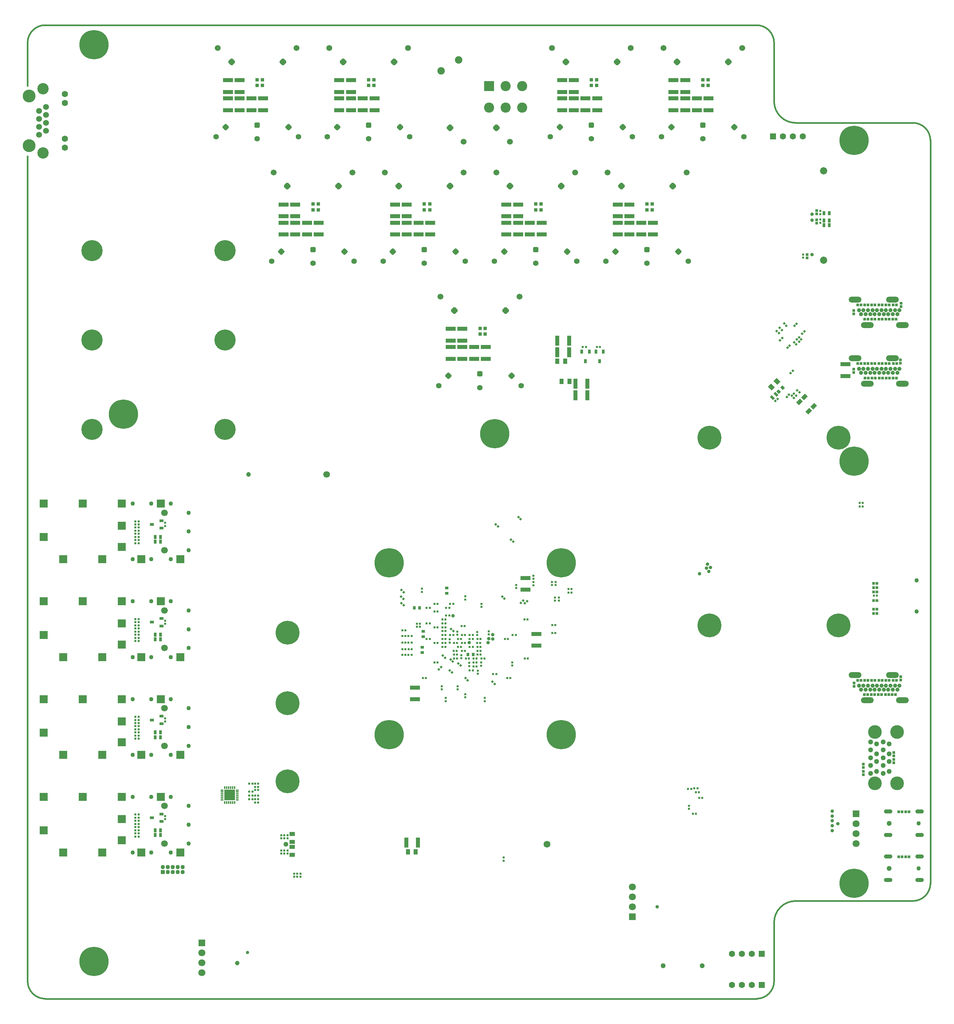
<source format=gbs>
G04*
G04 #@! TF.GenerationSoftware,Altium Limited,Altium Designer,22.10.1 (41)*
G04*
G04 Layer_Color=16711935*
%FSLAX43Y43*%
%MOMM*%
G71*
G04*
G04 #@! TF.SameCoordinates,B9F26087-2B66-42AB-B32E-372D1BB95FEE*
G04*
G04*
G04 #@! TF.FilePolarity,Negative*
G04*
G01*
G75*
%ADD35R,1.100X1.100*%
%ADD145C,0.450*%
%ADD147R,0.580X0.480*%
%ADD149R,0.480X0.580*%
%ADD150R,0.750X1.050*%
%ADD153R,2.600X1.100*%
%ADD158R,1.050X0.750*%
%ADD159C,0.900*%
%ADD160R,1.350X1.100*%
%ADD170R,1.100X2.600*%
%ADD172R,0.650X0.700*%
%ADD175R,0.730X0.900*%
%ADD183R,0.700X0.650*%
%ADD189R,0.850X0.900*%
%ADD197R,1.100X1.350*%
G04:AMPARAMS|DCode=235|XSize=0.58mm|YSize=0.48mm|CornerRadius=0mm|HoleSize=0mm|Usage=FLASHONLY|Rotation=45.000|XOffset=0mm|YOffset=0mm|HoleType=Round|Shape=Rectangle|*
%AMROTATEDRECTD235*
4,1,4,-0.035,-0.375,-0.375,-0.035,0.035,0.375,0.375,0.035,-0.035,-0.375,0.0*
%
%ADD235ROTATEDRECTD235*%

G04:AMPARAMS|DCode=236|XSize=0.58mm|YSize=0.48mm|CornerRadius=0mm|HoleSize=0mm|Usage=FLASHONLY|Rotation=135.000|XOffset=0mm|YOffset=0mm|HoleType=Round|Shape=Rectangle|*
%AMROTATEDRECTD236*
4,1,4,0.375,-0.035,0.035,-0.375,-0.375,0.035,-0.035,0.375,0.375,-0.035,0.0*
%
%ADD236ROTATEDRECTD236*%

%ADD238R,0.900X0.730*%
%ADD246C,1.700*%
%ADD247C,1.200*%
%ADD248C,6.100*%
%ADD249C,1.150*%
%ADD250C,0.850*%
%ADD251C,1.900*%
%ADD252R,0.100X0.100*%
%ADD253C,1.600*%
%ADD254R,1.600X1.600*%
G04:AMPARAMS|DCode=255|XSize=1.5mm|YSize=1.5mm|CornerRadius=0.4mm|HoleSize=0mm|Usage=FLASHONLY|Rotation=315.000|XOffset=0mm|YOffset=0mm|HoleType=Round|Shape=RoundedRectangle|*
%AMROUNDEDRECTD255*
21,1,1.500,0.700,0,0,315.0*
21,1,0.700,1.500,0,0,315.0*
1,1,0.800,0.000,-0.495*
1,1,0.800,-0.495,0.000*
1,1,0.800,0.000,0.495*
1,1,0.800,0.495,0.000*
%
%ADD255ROUNDEDRECTD255*%
%ADD256C,1.500*%
%ADD257C,1.100*%
%ADD258C,1.800*%
%ADD259R,1.800X1.800*%
%ADD260C,1.400*%
G04:AMPARAMS|DCode=261|XSize=1.4mm|YSize=1.4mm|CornerRadius=0.375mm|HoleSize=0mm|Usage=FLASHONLY|Rotation=90.000|XOffset=0mm|YOffset=0mm|HoleType=Round|Shape=RoundedRectangle|*
%AMROUNDEDRECTD261*
21,1,1.400,0.650,0,0,90.0*
21,1,0.650,1.400,0,0,90.0*
1,1,0.750,0.325,0.325*
1,1,0.750,0.325,-0.325*
1,1,0.750,-0.325,-0.325*
1,1,0.750,-0.325,0.325*
%
%ADD261ROUNDEDRECTD261*%
G04:AMPARAMS|DCode=262|XSize=1.4mm|YSize=1.4mm|CornerRadius=0.375mm|HoleSize=0mm|Usage=FLASHONLY|Rotation=135.000|XOffset=0mm|YOffset=0mm|HoleType=Round|Shape=RoundedRectangle|*
%AMROUNDEDRECTD262*
21,1,1.400,0.650,0,0,135.0*
21,1,0.650,1.400,0,0,135.0*
1,1,0.750,0.000,0.460*
1,1,0.750,0.460,0.000*
1,1,0.750,0.000,-0.460*
1,1,0.750,-0.460,0.000*
%
%ADD262ROUNDEDRECTD262*%
%ADD263C,7.500*%
G04:AMPARAMS|DCode=264|XSize=1.4mm|YSize=1.4mm|CornerRadius=0.375mm|HoleSize=0mm|Usage=FLASHONLY|Rotation=45.000|XOffset=0mm|YOffset=0mm|HoleType=Round|Shape=RoundedRectangle|*
%AMROUNDEDRECTD264*
21,1,1.400,0.650,0,0,45.0*
21,1,0.650,1.400,0,0,45.0*
1,1,0.750,0.460,0.000*
1,1,0.750,0.000,-0.460*
1,1,0.750,-0.460,0.000*
1,1,0.750,0.000,0.460*
%
%ADD264ROUNDEDRECTD264*%
G04:AMPARAMS|DCode=265|XSize=1.5mm|YSize=1.5mm|CornerRadius=0.4mm|HoleSize=0mm|Usage=FLASHONLY|Rotation=225.000|XOffset=0mm|YOffset=0mm|HoleType=Round|Shape=RoundedRectangle|*
%AMROUNDEDRECTD265*
21,1,1.500,0.700,0,0,225.0*
21,1,0.700,1.500,0,0,225.0*
1,1,0.800,-0.495,0.000*
1,1,0.800,0.000,0.495*
1,1,0.800,0.495,0.000*
1,1,0.800,0.000,-0.495*
%
%ADD265ROUNDEDRECTD265*%
%ADD266C,1.850*%
%ADD267C,3.300*%
%ADD268C,2.900*%
%ADD269C,3.500*%
%ADD270C,1.300*%
%ADD271O,2.150X1.100*%
%ADD272C,1.750*%
%ADD273C,1.250*%
%ADD274R,2.600X2.600*%
%ADD275C,2.600*%
%ADD276R,2.100X2.100*%
%ADD277C,5.400*%
%ADD278O,3.300X1.500*%
%ADD279C,1.050*%
%ADD350R,0.750X1.000*%
G04:AMPARAMS|DCode=351|XSize=1.01mm|YSize=1.32mm|CornerRadius=0mm|HoleSize=0mm|Usage=FLASHONLY|Rotation=315.000|XOffset=0mm|YOffset=0mm|HoleType=Round|Shape=Rectangle|*
%AMROTATEDRECTD351*
4,1,4,-0.824,-0.110,0.110,0.824,0.824,0.110,-0.110,-0.824,-0.824,-0.110,0.0*
%
%ADD351ROTATEDRECTD351*%

G04:AMPARAMS|DCode=352|XSize=0.65mm|YSize=1.1mm|CornerRadius=0mm|HoleSize=0mm|Usage=FLASHONLY|Rotation=225.000|XOffset=0mm|YOffset=0mm|HoleType=Round|Shape=Rectangle|*
%AMROTATEDRECTD352*
4,1,4,-0.159,0.619,0.619,-0.159,0.159,-0.619,-0.619,0.159,-0.159,0.619,0.0*
%
%ADD352ROTATEDRECTD352*%

%ADD353R,0.350X0.700*%
%ADD354R,0.700X0.350*%
%ADD355R,2.800X2.800*%
G04:AMPARAMS|DCode=356|XSize=0.9mm|YSize=0.73mm|CornerRadius=0mm|HoleSize=0mm|Usage=FLASHONLY|Rotation=315.000|XOffset=0mm|YOffset=0mm|HoleType=Round|Shape=Rectangle|*
%AMROTATEDRECTD356*
4,1,4,-0.576,0.060,-0.060,0.576,0.576,-0.060,0.060,-0.576,-0.576,0.060,0.0*
%
%ADD356ROTATEDRECTD356*%

G04:AMPARAMS|DCode=357|XSize=1.1mm|YSize=1.35mm|CornerRadius=0mm|HoleSize=0mm|Usage=FLASHONLY|Rotation=225.000|XOffset=0mm|YOffset=0mm|HoleType=Round|Shape=Rectangle|*
%AMROTATEDRECTD357*
4,1,4,-0.088,0.866,0.866,-0.088,0.088,-0.866,-0.866,0.088,-0.088,0.866,0.0*
%
%ADD357ROTATEDRECTD357*%

D35*
X35090Y32930D02*
D03*
D145*
X191500Y244980D02*
G03*
X187000Y249480I-4500J-0D01*
G01*
X5000Y249480D02*
G03*
X500Y244980I0J-4500D01*
G01*
X500Y5000D02*
G03*
X5000Y500I4500J0D01*
G01*
X187000Y500D02*
G03*
X191500Y5000I0J4500D01*
G01*
X197000Y25500D02*
G03*
X191500Y20000I0J-5500D01*
G01*
X227000Y25500D02*
G03*
X231500Y30000I-0J4500D01*
G01*
X191500Y230000D02*
G03*
X197000Y224500I5500J0D01*
G01*
X231500Y220000D02*
G03*
X227000Y224500I-4500J-0D01*
G01*
X191500Y245000D02*
X191500Y230000D01*
X5000Y249480D02*
X187000D01*
X500Y5000D02*
X500Y215974D01*
X5000Y500D02*
X187000Y500D01*
X197000Y224500D02*
X227000Y224500D01*
X191500Y5000D02*
X191500Y20000D01*
X500Y245000D02*
X500Y233974D01*
X231500Y220000D02*
X231500Y30000D01*
X197000Y25500D02*
X227000Y25500D01*
D147*
X136400Y102305D02*
D03*
Y103095D02*
D03*
X135400D02*
D03*
Y102305D02*
D03*
X101350Y104555D02*
D03*
Y105345D02*
D03*
X135600Y107095D02*
D03*
Y106305D02*
D03*
X129900Y108695D02*
D03*
Y107905D02*
D03*
X110485Y93584D02*
D03*
Y94374D02*
D03*
X115500Y94295D02*
D03*
Y93505D02*
D03*
X116543Y85666D02*
D03*
Y86456D02*
D03*
X134650Y107095D02*
D03*
Y106305D02*
D03*
X129900Y106255D02*
D03*
Y107045D02*
D03*
X125500Y106295D02*
D03*
Y105505D02*
D03*
X108500Y92395D02*
D03*
X108500Y91605D02*
D03*
X198950Y190845D02*
D03*
Y190055D02*
D03*
X203300Y201155D02*
D03*
Y201945D02*
D03*
X203350Y199745D02*
D03*
Y198955D02*
D03*
X65400Y42295D02*
D03*
Y41505D02*
D03*
Y38395D02*
D03*
Y37605D02*
D03*
X111500Y87605D02*
D03*
X111500Y88395D02*
D03*
X117500Y76605D02*
D03*
Y77395D02*
D03*
X115700Y84395D02*
D03*
Y83605D02*
D03*
X107500Y76605D02*
D03*
Y77395D02*
D03*
X106500Y79605D02*
D03*
Y80395D02*
D03*
X118500Y93705D02*
D03*
Y94495D02*
D03*
X116600Y101495D02*
D03*
Y100705D02*
D03*
X112500Y103395D02*
D03*
Y102605D02*
D03*
X124500Y85705D02*
D03*
Y86495D02*
D03*
X113500Y86395D02*
D03*
X112500Y77605D02*
D03*
X35700Y46405D02*
D03*
X35700Y71405D02*
D03*
Y96405D02*
D03*
Y121405D02*
D03*
X67000Y42295D02*
D03*
X66200D02*
D03*
X122300Y35805D02*
D03*
X169695Y49824D02*
D03*
Y49034D02*
D03*
X68700Y31705D02*
D03*
X69500Y31705D02*
D03*
X110500Y80395D02*
D03*
X110500Y79605D02*
D03*
X70300Y32495D02*
D03*
Y31705D02*
D03*
X122300Y36595D02*
D03*
X68700Y32495D02*
D03*
X69500D02*
D03*
X67000Y41505D02*
D03*
X66200D02*
D03*
X67000Y38395D02*
D03*
Y37605D02*
D03*
X66200Y38395D02*
D03*
Y37605D02*
D03*
X35700Y122195D02*
D03*
Y97195D02*
D03*
Y72195D02*
D03*
X35700Y47195D02*
D03*
X112500Y78395D02*
D03*
X113500Y85605D02*
D03*
D149*
X139645Y105300D02*
D03*
X138855D02*
D03*
X135545Y96050D02*
D03*
X134755D02*
D03*
X135545Y94012D02*
D03*
X134755D02*
D03*
X98745Y93300D02*
D03*
X97955D02*
D03*
X98745Y91550D02*
D03*
X97955D02*
D03*
X98795Y89850D02*
D03*
X98005D02*
D03*
X98745Y88400D02*
D03*
X97955D02*
D03*
X116385Y89491D02*
D03*
X115595D02*
D03*
X96355Y88400D02*
D03*
X97145D02*
D03*
X139645Y104350D02*
D03*
X138855Y104350D02*
D03*
X96355Y89850D02*
D03*
X97145D02*
D03*
X96355Y94700D02*
D03*
X97145D02*
D03*
X97145Y93300D02*
D03*
X96355D02*
D03*
X97145Y91550D02*
D03*
X96355Y91550D02*
D03*
X100105Y96400D02*
D03*
X100895D02*
D03*
X100105Y95600D02*
D03*
X100895D02*
D03*
X142550Y167200D02*
D03*
X143340D02*
D03*
X146155Y167200D02*
D03*
X146945D02*
D03*
X217005Y103600D02*
D03*
X217795D02*
D03*
X122605Y92500D02*
D03*
X123395D02*
D03*
X57995Y51500D02*
D03*
X57205Y51500D02*
D03*
X110605Y92500D02*
D03*
X111395D02*
D03*
X114395Y92500D02*
D03*
X113605D02*
D03*
X116395D02*
D03*
X115605D02*
D03*
X111605Y91500D02*
D03*
X112395Y91500D02*
D03*
X109395Y93500D02*
D03*
X108605D02*
D03*
X111605Y93500D02*
D03*
X112395D02*
D03*
X109605Y91500D02*
D03*
X110395D02*
D03*
X114395Y90500D02*
D03*
X113605D02*
D03*
X113605Y93500D02*
D03*
X114395D02*
D03*
X115395Y87500D02*
D03*
X114605D02*
D03*
X110605Y90500D02*
D03*
X111395D02*
D03*
X116395Y90500D02*
D03*
X115605D02*
D03*
Y88500D02*
D03*
X116395D02*
D03*
X115505Y91500D02*
D03*
X116295D02*
D03*
X114605Y86500D02*
D03*
X115395D02*
D03*
X109605Y87500D02*
D03*
X110395D02*
D03*
X109505Y89500D02*
D03*
X110295D02*
D03*
X113395Y87500D02*
D03*
X112605Y87500D02*
D03*
X111605Y89500D02*
D03*
X112395Y89500D02*
D03*
X110395Y88500D02*
D03*
X109605D02*
D03*
X106605Y96500D02*
D03*
X107395D02*
D03*
X108395Y98500D02*
D03*
X107605D02*
D03*
X107395Y91500D02*
D03*
X106605D02*
D03*
X101605Y82500D02*
D03*
X102395D02*
D03*
X112295Y95800D02*
D03*
X111505D02*
D03*
X108605Y101500D02*
D03*
X109395D02*
D03*
X116605Y87500D02*
D03*
X117395D02*
D03*
X124605Y93500D02*
D03*
X125395D02*
D03*
X128495Y87500D02*
D03*
X127705D02*
D03*
X123995Y82500D02*
D03*
X123205D02*
D03*
X128395Y97500D02*
D03*
X127605D02*
D03*
X214195Y126400D02*
D03*
X113605Y84500D02*
D03*
X120395Y83500D02*
D03*
X105395Y95500D02*
D03*
X106605Y90500D02*
D03*
X105395Y91500D02*
D03*
X102605Y92500D02*
D03*
X105395Y101500D02*
D03*
X102605Y96500D02*
D03*
Y100500D02*
D03*
X106605Y94500D02*
D03*
X105395Y99500D02*
D03*
X106605Y92500D02*
D03*
X108395Y100500D02*
D03*
X57205Y52500D02*
D03*
Y55500D02*
D03*
X57995Y53500D02*
D03*
X170290Y54129D02*
D03*
X171100Y54329D02*
D03*
X172300Y51829D02*
D03*
X172290Y53329D02*
D03*
X171490Y47829D02*
D03*
X107395Y90500D02*
D03*
X59495Y55500D02*
D03*
Y51500D02*
D03*
X59495Y52500D02*
D03*
X59495Y50700D02*
D03*
X59495Y54700D02*
D03*
Y53900D02*
D03*
X57205Y53500D02*
D03*
X171890Y54329D02*
D03*
X170700Y47829D02*
D03*
X214195Y127300D02*
D03*
X28105Y42800D02*
D03*
Y42000D02*
D03*
Y43600D02*
D03*
Y44400D02*
D03*
Y45200D02*
D03*
Y46000D02*
D03*
Y46800D02*
D03*
Y47600D02*
D03*
Y72600D02*
D03*
Y69400D02*
D03*
Y70200D02*
D03*
Y71000D02*
D03*
Y68600D02*
D03*
Y67800D02*
D03*
Y71800D02*
D03*
Y67000D02*
D03*
Y92800D02*
D03*
Y94400D02*
D03*
Y92000D02*
D03*
Y97600D02*
D03*
Y95200D02*
D03*
Y93600D02*
D03*
Y96000D02*
D03*
Y96800D02*
D03*
Y117800D02*
D03*
Y119400D02*
D03*
Y118600D02*
D03*
Y117000D02*
D03*
Y122600D02*
D03*
Y121000D02*
D03*
Y121800D02*
D03*
Y120200D02*
D03*
X173090Y51829D02*
D03*
X171500Y53329D02*
D03*
X107395Y94500D02*
D03*
X107605Y100500D02*
D03*
X107395Y92500D02*
D03*
X104605Y95500D02*
D03*
Y101500D02*
D03*
X103395Y92500D02*
D03*
Y96500D02*
D03*
X104605Y99500D02*
D03*
X103395Y100500D02*
D03*
X104605Y91500D02*
D03*
X57995Y52500D02*
D03*
X58705Y51500D02*
D03*
X58705Y50700D02*
D03*
Y54700D02*
D03*
X57995Y55500D02*
D03*
X58705Y53900D02*
D03*
X58705Y52500D02*
D03*
X58705Y55500D02*
D03*
X107395Y95500D02*
D03*
X106605D02*
D03*
X107395Y97500D02*
D03*
X106605Y97500D02*
D03*
X107395Y93500D02*
D03*
X106605D02*
D03*
X169500Y54129D02*
D03*
X28895Y120200D02*
D03*
Y121800D02*
D03*
Y121000D02*
D03*
Y122600D02*
D03*
Y117000D02*
D03*
Y118600D02*
D03*
Y119400D02*
D03*
Y117800D02*
D03*
Y96800D02*
D03*
Y96000D02*
D03*
Y93600D02*
D03*
Y95200D02*
D03*
Y97600D02*
D03*
Y92000D02*
D03*
Y94400D02*
D03*
Y92800D02*
D03*
Y67000D02*
D03*
Y71800D02*
D03*
Y67800D02*
D03*
Y68600D02*
D03*
Y71000D02*
D03*
Y70200D02*
D03*
Y69400D02*
D03*
Y72600D02*
D03*
Y47600D02*
D03*
Y46800D02*
D03*
Y46000D02*
D03*
Y45200D02*
D03*
Y44400D02*
D03*
Y43600D02*
D03*
Y42000D02*
D03*
Y42800D02*
D03*
X119605Y83500D02*
D03*
X114605Y85500D02*
D03*
X115395D02*
D03*
X114395Y84500D02*
D03*
X105395Y86500D02*
D03*
X104605D02*
D03*
X213405Y126400D02*
D03*
X213405Y127300D02*
D03*
D150*
X142300Y165985D02*
D03*
X144200D02*
D03*
X143250Y163515D02*
D03*
X145900Y165985D02*
D03*
X147800D02*
D03*
X146850Y163515D02*
D03*
D153*
X111750Y171800D02*
D03*
Y168800D02*
D03*
X108750Y171800D02*
D03*
Y168800D02*
D03*
X117750Y164150D02*
D03*
Y167150D02*
D03*
X114750Y164150D02*
D03*
Y167150D02*
D03*
X108750Y164150D02*
D03*
Y167150D02*
D03*
X111750Y164150D02*
D03*
Y167150D02*
D03*
X137250Y227750D02*
D03*
Y230750D02*
D03*
X140250Y227750D02*
D03*
Y230750D02*
D03*
X143250Y227750D02*
D03*
Y230750D02*
D03*
X146250Y227750D02*
D03*
Y230750D02*
D03*
X137250Y235400D02*
D03*
Y232400D02*
D03*
X140250Y235400D02*
D03*
Y232400D02*
D03*
X151500Y195950D02*
D03*
Y198950D02*
D03*
X154500Y195950D02*
D03*
Y198950D02*
D03*
X157500Y195950D02*
D03*
Y198950D02*
D03*
X160500Y195950D02*
D03*
Y198950D02*
D03*
X151500Y203600D02*
D03*
Y200600D02*
D03*
X154500Y203600D02*
D03*
Y200600D02*
D03*
X168750Y232400D02*
D03*
Y235400D02*
D03*
X165750Y227750D02*
D03*
Y230750D02*
D03*
X168750Y227750D02*
D03*
Y230750D02*
D03*
X171750Y227750D02*
D03*
Y230750D02*
D03*
X174750Y227750D02*
D03*
Y230750D02*
D03*
X165750Y235400D02*
D03*
Y232400D02*
D03*
X123000Y195950D02*
D03*
Y198950D02*
D03*
X126000Y195950D02*
D03*
Y198950D02*
D03*
X129000Y195950D02*
D03*
Y198950D02*
D03*
X132000Y195950D02*
D03*
Y198950D02*
D03*
X123000Y203600D02*
D03*
Y200600D02*
D03*
X126000Y203600D02*
D03*
Y200600D02*
D03*
X94500Y198950D02*
D03*
Y195950D02*
D03*
X97500D02*
D03*
Y198950D02*
D03*
X100500Y195950D02*
D03*
Y198950D02*
D03*
X103500Y195950D02*
D03*
Y198950D02*
D03*
X94500Y203600D02*
D03*
Y200600D02*
D03*
X97500Y203600D02*
D03*
Y200600D02*
D03*
X80250Y227750D02*
D03*
Y230750D02*
D03*
X83250Y227750D02*
D03*
Y230750D02*
D03*
X86250Y227750D02*
D03*
Y230750D02*
D03*
X89250Y227750D02*
D03*
Y230750D02*
D03*
X80250Y235400D02*
D03*
Y232400D02*
D03*
X83250Y235400D02*
D03*
Y232400D02*
D03*
X66000Y195950D02*
D03*
Y198950D02*
D03*
X69000Y195950D02*
D03*
Y198950D02*
D03*
X72000Y195950D02*
D03*
Y198950D02*
D03*
X75000Y195950D02*
D03*
Y198950D02*
D03*
X66000Y203600D02*
D03*
Y200600D02*
D03*
X69000Y203600D02*
D03*
Y200600D02*
D03*
X51750Y227750D02*
D03*
Y230750D02*
D03*
X54750Y227750D02*
D03*
Y230750D02*
D03*
X57750Y227750D02*
D03*
Y230750D02*
D03*
X60750Y227750D02*
D03*
Y230750D02*
D03*
X51750Y235400D02*
D03*
Y232400D02*
D03*
X54750Y235400D02*
D03*
Y232400D02*
D03*
X99600Y80100D02*
D03*
Y77100D02*
D03*
X127900Y108100D02*
D03*
Y105100D02*
D03*
X130700Y90800D02*
D03*
Y93800D02*
D03*
X209797Y162754D02*
D03*
Y159754D02*
D03*
D158*
X34735Y45850D02*
D03*
Y70850D02*
D03*
Y95850D02*
D03*
Y120850D02*
D03*
Y122750D02*
D03*
X32265Y121800D02*
D03*
X34735Y97750D02*
D03*
X32265Y96800D02*
D03*
X34735Y72750D02*
D03*
X32265Y71800D02*
D03*
X34735Y47750D02*
D03*
X32265Y46800D02*
D03*
D159*
X175201Y110795D02*
D03*
X201200Y199650D02*
D03*
Y201150D02*
D03*
X201174Y190840D02*
D03*
X207800Y45250D02*
D03*
X206400Y43500D02*
D03*
X206350Y44750D02*
D03*
Y48500D02*
D03*
X206400Y46000D02*
D03*
X206350Y47250D02*
D03*
X113500Y91600D02*
D03*
X118300D02*
D03*
X119500Y92500D02*
D03*
X119500Y93600D02*
D03*
X118500Y92600D02*
D03*
X109382Y98461D02*
D03*
X161600Y24000D02*
D03*
X174414Y111628D02*
D03*
X172400Y109200D02*
D03*
X174800Y109800D02*
D03*
X174200Y110600D02*
D03*
D160*
X68200Y42600D02*
D03*
Y39300D02*
D03*
Y37300D02*
D03*
Y40600D02*
D03*
D170*
X140700Y157800D02*
D03*
X143700D02*
D03*
X140700Y154800D02*
D03*
X143700D02*
D03*
X136050Y165850D02*
D03*
X139050D02*
D03*
X136050Y168750D02*
D03*
X139050D02*
D03*
X97400Y40400D02*
D03*
X100400D02*
D03*
D172*
X199900Y189975D02*
D03*
Y190825D02*
D03*
X202400Y198825D02*
D03*
Y199675D02*
D03*
X202400Y202075D02*
D03*
Y201225D02*
D03*
X214334Y57823D02*
D03*
Y58673D02*
D03*
X223897Y82879D02*
D03*
X211997Y81254D02*
D03*
X214334Y60473D02*
D03*
X222134Y63473D02*
D03*
Y60823D02*
D03*
X211897Y176479D02*
D03*
X223997Y177529D02*
D03*
X211897Y161479D02*
D03*
X223797Y163879D02*
D03*
X211897Y160629D02*
D03*
X223997Y178379D02*
D03*
X211897Y175629D02*
D03*
X223797Y163029D02*
D03*
X222134Y61673D02*
D03*
Y62623D02*
D03*
X214334Y59623D02*
D03*
X211997Y80404D02*
D03*
X223897Y82029D02*
D03*
D175*
X113125Y88500D02*
D03*
X114475D02*
D03*
X99425Y100500D02*
D03*
X100775D02*
D03*
D183*
X225175Y36800D02*
D03*
X226025D02*
D03*
X223425Y48300D02*
D03*
X224275D02*
D03*
X225175D02*
D03*
X226025D02*
D03*
X216975Y99000D02*
D03*
X217825D02*
D03*
X216975Y100100D02*
D03*
X217825D02*
D03*
X216975Y102300D02*
D03*
X217825D02*
D03*
X216975Y104500D02*
D03*
X217825D02*
D03*
X216975Y105600D02*
D03*
X217825D02*
D03*
X216975Y106700D02*
D03*
X217825D02*
D03*
X212872Y162954D02*
D03*
X213722D02*
D03*
X220898Y81954D02*
D03*
X222522Y78254D02*
D03*
X219972Y78254D02*
D03*
X218272Y81954D02*
D03*
X213723Y81954D02*
D03*
X215423Y78254D02*
D03*
X214673Y81954D02*
D03*
X221972Y81954D02*
D03*
X219022Y78254D02*
D03*
X216372D02*
D03*
X217322Y81954D02*
D03*
X224275Y36800D02*
D03*
X213722Y177954D02*
D03*
X215547Y174254D02*
D03*
X214672Y177954D02*
D03*
X217322D02*
D03*
X216472Y174254D02*
D03*
X219122D02*
D03*
X218272Y177954D02*
D03*
X220897Y177954D02*
D03*
X220072Y174254D02*
D03*
X222722D02*
D03*
X221972Y177954D02*
D03*
X214672Y162954D02*
D03*
X217322D02*
D03*
X215622Y159254D02*
D03*
X216572D02*
D03*
X222072Y162954D02*
D03*
X222822Y159254D02*
D03*
X220897Y162954D02*
D03*
X220172Y159254D02*
D03*
X219222D02*
D03*
X218272Y162954D02*
D03*
X222822Y177954D02*
D03*
X221872Y174254D02*
D03*
X216472Y177954D02*
D03*
X214697Y174254D02*
D03*
X215522Y177954D02*
D03*
X212872D02*
D03*
X218272Y174254D02*
D03*
X217322D02*
D03*
X220922D02*
D03*
X220047Y177954D02*
D03*
X219122Y177954D02*
D03*
Y162954D02*
D03*
X218372Y159254D02*
D03*
X221022D02*
D03*
X220047Y162954D02*
D03*
X215522Y162954D02*
D03*
X217422Y159254D02*
D03*
X214772D02*
D03*
X216472Y162954D02*
D03*
X221972Y159254D02*
D03*
X222922Y162954D02*
D03*
X223425Y36800D02*
D03*
X216472Y81954D02*
D03*
X217222Y78254D02*
D03*
X218172D02*
D03*
X222822Y81954D02*
D03*
X215523Y81954D02*
D03*
X214572Y78254D02*
D03*
X212872Y81954D02*
D03*
X219122Y81954D02*
D03*
X220822Y78254D02*
D03*
X221672Y78254D02*
D03*
X220048Y81954D02*
D03*
D189*
X116250Y170450D02*
D03*
Y171950D02*
D03*
X117600Y170450D02*
D03*
Y171950D02*
D03*
X144750Y234050D02*
D03*
Y235550D02*
D03*
X146100Y234050D02*
D03*
Y235550D02*
D03*
X159000Y202250D02*
D03*
Y203750D02*
D03*
X160350Y202250D02*
D03*
Y203750D02*
D03*
X173250Y234050D02*
D03*
Y235550D02*
D03*
X174600Y234050D02*
D03*
Y235550D02*
D03*
X131850Y203750D02*
D03*
Y202250D02*
D03*
X130500D02*
D03*
Y203750D02*
D03*
X103400Y202250D02*
D03*
Y203750D02*
D03*
X102000Y202250D02*
D03*
Y203750D02*
D03*
X87750Y234050D02*
D03*
Y235550D02*
D03*
X89100Y234050D02*
D03*
Y235550D02*
D03*
X73500Y202250D02*
D03*
Y203750D02*
D03*
X74850Y202250D02*
D03*
Y203750D02*
D03*
X59250Y234050D02*
D03*
Y235550D02*
D03*
X60600Y234050D02*
D03*
Y235550D02*
D03*
D197*
X137150Y158400D02*
D03*
X139150D02*
D03*
X138050Y163550D02*
D03*
X136050D02*
D03*
X99800Y38100D02*
D03*
X97800D02*
D03*
D235*
X96071Y103329D02*
D03*
X96629Y102771D02*
D03*
X126071Y123679D02*
D03*
X126629Y123121D02*
D03*
X124729Y117371D02*
D03*
X124171Y117929D02*
D03*
X120829Y121271D02*
D03*
X120271Y121829D02*
D03*
X96171Y101679D02*
D03*
X96729Y101121D02*
D03*
X96171Y105029D02*
D03*
X96729Y104471D02*
D03*
X108858Y95087D02*
D03*
X109416Y94528D02*
D03*
X107279Y87721D02*
D03*
X106721Y88279D02*
D03*
X113079Y81921D02*
D03*
X112521Y82479D02*
D03*
X109079Y83921D02*
D03*
X108521Y84479D02*
D03*
X119979Y81021D02*
D03*
X119421Y81579D02*
D03*
X196567Y154151D02*
D03*
X196008Y154710D02*
D03*
X197981Y155565D02*
D03*
X197422Y156124D02*
D03*
X197132Y154717D02*
D03*
X196574Y155276D02*
D03*
X197169Y167829D02*
D03*
X196610Y168388D02*
D03*
X198442Y169102D02*
D03*
X197883Y169660D02*
D03*
X197876Y168536D02*
D03*
X197317Y169095D02*
D03*
X192933Y172065D02*
D03*
X193492Y171506D02*
D03*
X194068Y173192D02*
D03*
X194627Y172634D02*
D03*
X192155Y171287D02*
D03*
X192714Y170728D02*
D03*
X121921Y103379D02*
D03*
X122479Y102821D02*
D03*
X109279Y86721D02*
D03*
X108721Y87279D02*
D03*
X110721Y86279D02*
D03*
X111279Y85721D02*
D03*
D236*
X128282Y102197D02*
D03*
X127723Y101639D02*
D03*
X194735Y154434D02*
D03*
X195294Y154993D02*
D03*
X192379Y153929D02*
D03*
X191821Y153371D02*
D03*
X196284Y161074D02*
D03*
X195725Y160515D02*
D03*
X199219Y171145D02*
D03*
X198661Y170587D02*
D03*
X197240Y173125D02*
D03*
X196681Y172567D02*
D03*
X194918Y166975D02*
D03*
X195477Y167533D02*
D03*
X193004Y168890D02*
D03*
X193563Y169448D02*
D03*
X127254Y102301D02*
D03*
X126695Y101742D02*
D03*
X106279Y85279D02*
D03*
X105721Y84721D02*
D03*
D238*
X101500Y89025D02*
D03*
Y90375D02*
D03*
X101700Y94475D02*
D03*
Y93125D02*
D03*
X107700Y105575D02*
D03*
Y104225D02*
D03*
D246*
X77000Y134600D02*
D03*
X35500Y124800D02*
D03*
Y115200D02*
D03*
Y40200D02*
D03*
Y49800D02*
D03*
Y90200D02*
D03*
Y99800D02*
D03*
Y65200D02*
D03*
Y74800D02*
D03*
D247*
X57000Y134600D02*
D03*
D248*
X67000Y56100D02*
D03*
Y76100D02*
D03*
Y94100D02*
D03*
X208000Y144000D02*
D03*
X175000Y144000D02*
D03*
Y96000D02*
D03*
X208000Y96000D02*
D03*
D249*
X54106Y9656D02*
D03*
D250*
X56793Y12344D02*
D03*
D251*
X110777Y240579D02*
D03*
X106323Y237821D02*
D03*
D252*
X198860Y223230D02*
D03*
X180690Y1770D02*
D03*
X212245Y159054D02*
D03*
X225495Y162554D02*
D03*
X225495Y81554D02*
D03*
X212245Y78054D02*
D03*
X225495Y177554D02*
D03*
X212245Y174054D02*
D03*
X180690Y9770D02*
D03*
D253*
X198860Y221000D02*
D03*
X196320D02*
D03*
X193780D02*
D03*
X10019Y218140D02*
D03*
Y231860D02*
D03*
Y220430D02*
D03*
Y229570D02*
D03*
X185770Y4000D02*
D03*
X183230Y4000D02*
D03*
X180690Y4000D02*
D03*
Y12000D02*
D03*
X183230D02*
D03*
X185770D02*
D03*
D254*
X191240Y221000D02*
D03*
X188310Y4000D02*
D03*
X188310Y12000D02*
D03*
D255*
X109700Y176500D02*
D03*
X120414Y223218D02*
D03*
X166700Y240100D02*
D03*
X123950Y208300D02*
D03*
X138200Y240100D02*
D03*
X52700Y240100D02*
D03*
X152450Y208300D02*
D03*
X66950Y208300D02*
D03*
X81200Y240100D02*
D03*
X95450Y208300D02*
D03*
X108550Y223218D02*
D03*
D256*
X106164Y180036D02*
D03*
X123950Y219682D02*
D03*
X163164Y243636D02*
D03*
X97836Y243636D02*
D03*
X140586Y211836D02*
D03*
X120414D02*
D03*
X134664Y243636D02*
D03*
X154835D02*
D03*
X126336Y180036D02*
D03*
X3439Y221430D02*
D03*
X5219Y222450D02*
D03*
X3439Y223470D02*
D03*
X5219Y224490D02*
D03*
X3439Y225510D02*
D03*
X5219Y226530D02*
D03*
X3439Y227550D02*
D03*
X5219Y228570D02*
D03*
X49164Y243636D02*
D03*
X69336D02*
D03*
X148914Y211836D02*
D03*
X169085D02*
D03*
X183335Y243636D02*
D03*
X63414Y211836D02*
D03*
X83586D02*
D03*
X77664Y243636D02*
D03*
X91914Y211836D02*
D03*
X112086D02*
D03*
X112086Y219682D02*
D03*
D257*
X35090Y34200D02*
D03*
X36360D02*
D03*
X40170D02*
D03*
X37630Y34200D02*
D03*
X38900Y34200D02*
D03*
X40170Y32930D02*
D03*
X37630Y32930D02*
D03*
X38900Y32930D02*
D03*
X36360D02*
D03*
X228500Y45358D02*
D03*
Y33858D02*
D03*
X227975Y107500D02*
D03*
X227975Y99500D02*
D03*
X41700Y115200D02*
D03*
Y124800D02*
D03*
X32100Y127130D02*
D03*
X41700Y120000D02*
D03*
X37100Y127130D02*
D03*
Y112870D02*
D03*
X32100D02*
D03*
X27400D02*
D03*
X27400Y127130D02*
D03*
X27400Y52130D02*
D03*
X27400Y37870D02*
D03*
X32100Y37870D02*
D03*
X37100Y37870D02*
D03*
X37100Y52130D02*
D03*
X41700Y45000D02*
D03*
X32100Y52130D02*
D03*
X41700Y49800D02*
D03*
Y40200D02*
D03*
X27400Y77130D02*
D03*
Y62870D02*
D03*
X32100Y62870D02*
D03*
X37100Y62870D02*
D03*
Y77130D02*
D03*
X41700Y70000D02*
D03*
X32100Y77130D02*
D03*
X41700Y74800D02*
D03*
X41700Y65200D02*
D03*
X27400Y102130D02*
D03*
X27400Y87870D02*
D03*
X32100D02*
D03*
X37100D02*
D03*
Y102130D02*
D03*
X41700Y95000D02*
D03*
X32100Y102130D02*
D03*
X41700Y99800D02*
D03*
Y90200D02*
D03*
D258*
X212500Y42720D02*
D03*
Y45260D02*
D03*
Y40180D02*
D03*
X45095Y12270D02*
D03*
Y9730D02*
D03*
Y7190D02*
D03*
X155200Y29090D02*
D03*
Y24010D02*
D03*
Y26550D02*
D03*
D259*
X212500Y47800D02*
D03*
X45095Y14810D02*
D03*
X155200Y21470D02*
D03*
D260*
X116241Y156800D02*
D03*
X126769Y157313D02*
D03*
X155269Y220913D02*
D03*
X144741Y220400D02*
D03*
X134213Y220913D02*
D03*
X169519Y189113D02*
D03*
X158991Y188600D02*
D03*
X148463Y189113D02*
D03*
X183769Y220913D02*
D03*
X173241Y220400D02*
D03*
X162713Y220913D02*
D03*
X141019Y189113D02*
D03*
X130491Y188600D02*
D03*
X119963Y189113D02*
D03*
X112519Y189113D02*
D03*
X101991Y188600D02*
D03*
X91463Y189113D02*
D03*
X98269Y220913D02*
D03*
X87741Y220400D02*
D03*
X77213Y220913D02*
D03*
X84019Y189113D02*
D03*
X73491Y188600D02*
D03*
X62963Y189113D02*
D03*
X48713Y220913D02*
D03*
X69769Y220913D02*
D03*
X59241Y220400D02*
D03*
X105713Y157313D02*
D03*
D261*
X116241Y160300D02*
D03*
X144741Y223900D02*
D03*
X158991Y192100D02*
D03*
X173241Y223900D02*
D03*
X130491Y192100D02*
D03*
X101991Y192100D02*
D03*
X87741Y223900D02*
D03*
X73491Y192100D02*
D03*
X59241Y223900D02*
D03*
D262*
X124295Y159787D02*
D03*
X152794Y223387D02*
D03*
X167045Y191587D02*
D03*
X181294Y223387D02*
D03*
X138545Y191587D02*
D03*
X110045Y191587D02*
D03*
X95795Y223387D02*
D03*
X81545Y191587D02*
D03*
X67295Y223387D02*
D03*
D263*
X17500Y244500D02*
D03*
X212000Y138000D02*
D03*
X120000Y145000D02*
D03*
X17500Y10000D02*
D03*
X212000Y30000D02*
D03*
Y220000D02*
D03*
X25000Y150000D02*
D03*
X93000Y68000D02*
D03*
X137000Y112000D02*
D03*
X93000D02*
D03*
X137000Y68000D02*
D03*
D264*
X136687Y223387D02*
D03*
X150937Y191587D02*
D03*
X165187Y223387D02*
D03*
X122437Y191587D02*
D03*
X93937Y191587D02*
D03*
X79687Y223387D02*
D03*
X65437Y191587D02*
D03*
X51187Y223387D02*
D03*
X108187Y159787D02*
D03*
D265*
X94300Y240100D02*
D03*
X137050Y208300D02*
D03*
X151300Y240100D02*
D03*
X122800Y176500D02*
D03*
X65800Y240100D02*
D03*
X165550Y208300D02*
D03*
X179800Y240100D02*
D03*
X80050Y208300D02*
D03*
X108550Y208300D02*
D03*
D266*
X204189Y189390D02*
D03*
Y212190D02*
D03*
D267*
X899Y231350D02*
D03*
X899Y218650D02*
D03*
D268*
X4459Y233200D02*
D03*
Y216800D02*
D03*
D269*
X217254Y68718D02*
D03*
Y55578D02*
D03*
X222934Y68718D02*
D03*
Y55578D02*
D03*
D270*
X220934Y58648D02*
D03*
Y61148D02*
D03*
Y63148D02*
D03*
Y65648D02*
D03*
X219434Y66148D02*
D03*
Y64148D02*
D03*
Y62148D02*
D03*
Y60148D02*
D03*
Y58148D02*
D03*
X217734Y58648D02*
D03*
Y61148D02*
D03*
Y63148D02*
D03*
Y65648D02*
D03*
X216234Y66148D02*
D03*
Y64148D02*
D03*
Y62148D02*
D03*
Y60148D02*
D03*
Y58148D02*
D03*
X220900Y45358D02*
D03*
Y33858D02*
D03*
X173100Y8900D02*
D03*
X163100D02*
D03*
D271*
X220650Y42358D02*
D03*
Y48358D02*
D03*
X228750Y42358D02*
D03*
Y48358D02*
D03*
X220650Y30858D02*
D03*
X220650Y36858D02*
D03*
X228750Y30858D02*
D03*
Y36858D02*
D03*
D272*
X133400Y40000D02*
D03*
D273*
X66600D02*
D03*
D274*
X118600Y233900D02*
D03*
D275*
X122800Y233900D02*
D03*
X118600Y228400D02*
D03*
X122800D02*
D03*
X127000D02*
D03*
X127000Y233900D02*
D03*
D276*
X9600Y112870D02*
D03*
X19600D02*
D03*
X29600D02*
D03*
X39600D02*
D03*
X4600Y118550D02*
D03*
Y127130D02*
D03*
X14600D02*
D03*
X24600Y121450D02*
D03*
X24600Y116050D02*
D03*
X24600Y127130D02*
D03*
X34600D02*
D03*
X34600Y52130D02*
D03*
X24600D02*
D03*
X24600Y41050D02*
D03*
X24600Y46450D02*
D03*
X14600Y52130D02*
D03*
X4600Y52130D02*
D03*
X4600Y43550D02*
D03*
X39600Y37870D02*
D03*
X29600D02*
D03*
X19600D02*
D03*
X9600D02*
D03*
X34600Y102130D02*
D03*
X24600D02*
D03*
X24600Y91050D02*
D03*
X24600Y96450D02*
D03*
X14600Y102130D02*
D03*
X4600D02*
D03*
Y93550D02*
D03*
X39600Y87870D02*
D03*
X29600D02*
D03*
X19600D02*
D03*
X9600D02*
D03*
X34600Y77130D02*
D03*
X24600D02*
D03*
Y66050D02*
D03*
Y71450D02*
D03*
X14600Y77130D02*
D03*
X4600Y77130D02*
D03*
X4600Y68550D02*
D03*
X39600Y62870D02*
D03*
X29600D02*
D03*
X19600D02*
D03*
X9600D02*
D03*
D277*
X17000Y191860D02*
D03*
X51000D02*
D03*
X17000Y169000D02*
D03*
Y146140D02*
D03*
X51000D02*
D03*
Y169000D02*
D03*
D278*
X224345Y157804D02*
D03*
X215345D02*
D03*
X221745Y164304D02*
D03*
X212245Y164304D02*
D03*
X212245Y83304D02*
D03*
X221745D02*
D03*
X215346Y76804D02*
D03*
X224345Y76804D02*
D03*
X212245Y179304D02*
D03*
X221745Y179304D02*
D03*
X215345Y172804D02*
D03*
X224345D02*
D03*
D279*
X223595Y161554D02*
D03*
X223017Y160554D02*
D03*
X222440Y161554D02*
D03*
X221862Y160554D02*
D03*
X221285Y161554D02*
D03*
X220707Y160554D02*
D03*
X220130Y161554D02*
D03*
X219552Y160554D02*
D03*
X218975Y161554D02*
D03*
X218397Y160554D02*
D03*
X217819Y161554D02*
D03*
X217242Y160554D02*
D03*
X216664Y161554D02*
D03*
X216087Y160554D02*
D03*
X215509Y161554D02*
D03*
X214932Y160554D02*
D03*
X214354Y161554D02*
D03*
X213777Y160554D02*
D03*
X213199Y161554D02*
D03*
X213199Y80554D02*
D03*
X213777Y79554D02*
D03*
X214354Y80554D02*
D03*
X214932Y79554D02*
D03*
X215510Y80554D02*
D03*
X216087Y79554D02*
D03*
X216665Y80554D02*
D03*
X217242Y79554D02*
D03*
X217819Y80554D02*
D03*
X218398Y79554D02*
D03*
X218975Y80554D02*
D03*
X219552Y79554D02*
D03*
X220130Y80554D02*
D03*
X220708Y79554D02*
D03*
X221286Y80554D02*
D03*
X221863Y79554D02*
D03*
X222440Y80554D02*
D03*
X223018Y79554D02*
D03*
X223596Y80554D02*
D03*
X213199Y176554D02*
D03*
X213777Y175554D02*
D03*
X214354Y176554D02*
D03*
X214932Y175554D02*
D03*
X215509Y176554D02*
D03*
X216087Y175554D02*
D03*
X216664Y176554D02*
D03*
X217242Y175554D02*
D03*
X217819Y176554D02*
D03*
X218397Y175554D02*
D03*
X218975Y176554D02*
D03*
X219552Y175554D02*
D03*
X220130Y176554D02*
D03*
X220707Y175554D02*
D03*
X221285Y176554D02*
D03*
X221862Y175554D02*
D03*
X222440Y176554D02*
D03*
X223017Y175554D02*
D03*
X223595Y176554D02*
D03*
D350*
X205625Y198350D02*
D03*
X204275D02*
D03*
X205625Y199550D02*
D03*
X204275D02*
D03*
X204275Y201350D02*
D03*
X205625D02*
D03*
X33125Y117400D02*
D03*
X34475D02*
D03*
Y43600D02*
D03*
Y42400D02*
D03*
Y67400D02*
D03*
Y68600D02*
D03*
Y92400D02*
D03*
Y93600D02*
D03*
Y118600D02*
D03*
X33125D02*
D03*
Y93600D02*
D03*
Y92400D02*
D03*
Y68600D02*
D03*
Y67400D02*
D03*
Y42400D02*
D03*
Y43600D02*
D03*
D351*
X200353Y150789D02*
D03*
X198020Y153122D02*
D03*
X199293Y154395D02*
D03*
X201626Y152062D02*
D03*
D352*
X191056Y154212D02*
D03*
X191939Y155096D02*
D03*
D353*
X53450Y50688D02*
D03*
X52950D02*
D03*
X52450Y50688D02*
D03*
X51950D02*
D03*
X51450D02*
D03*
X50950Y50688D02*
D03*
Y54513D02*
D03*
X51450D02*
D03*
X51950Y54513D02*
D03*
X52450D02*
D03*
X52950D02*
D03*
X53450D02*
D03*
D354*
X50287Y51350D02*
D03*
Y51850D02*
D03*
Y52850D02*
D03*
X50287Y53350D02*
D03*
Y53850D02*
D03*
X54113D02*
D03*
Y53350D02*
D03*
X54113Y52350D02*
D03*
Y51850D02*
D03*
Y51350D02*
D03*
Y52850D02*
D03*
X50287Y52350D02*
D03*
D355*
X52200Y52600D02*
D03*
D356*
X192699Y155792D02*
D03*
X193653Y156746D02*
D03*
D357*
X190790Y156947D02*
D03*
X192205Y158361D02*
D03*
M02*

</source>
